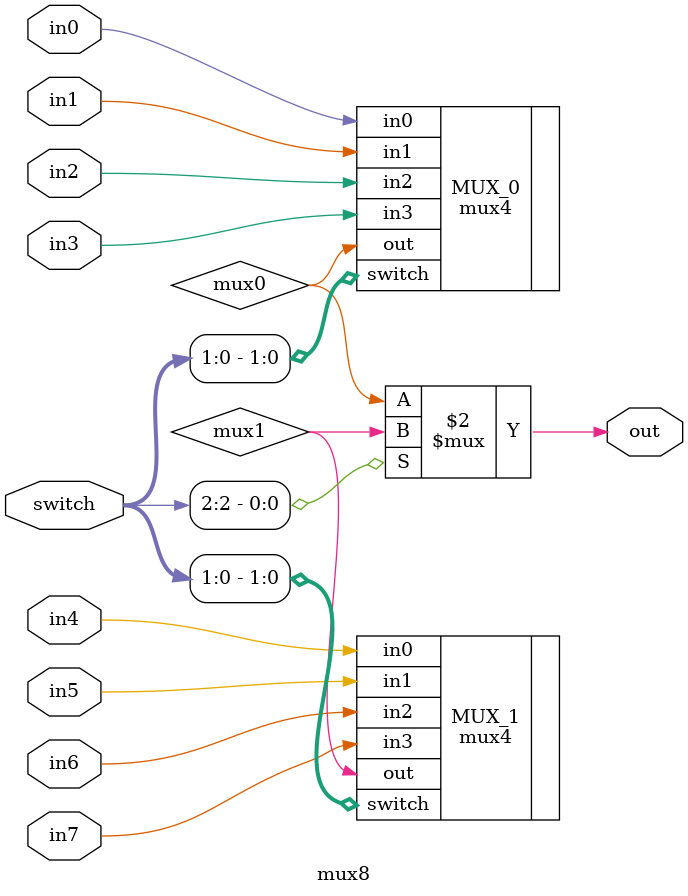
<source format=sv>
`timescale 1ns/1ps
module mux8(in0,in1,in2,in3,in4,in5,in6,in7,switch,out);

//parameter definitions
parameter N = 1;
//port definitions
input  wire [(N-1):0] in0;
input  wire [(N-1):0] in1;
input  wire [(N-1):0] in2;
input  wire [(N-1):0] in3;
input  wire [(N-1):0] in4;
input  wire [(N-1):0] in5;
input  wire [(N-1):0] in6;
input  wire [(N-1):0] in7;
input  wire [2:0] switch;
output logic [(N-1):0] out;

wire [(N-1):0] mux0, mux1;
//make 4:1 out of 2 4:1 muxes and a 2:1 mux
mux4 #(.N(N)) MUX_0 (.in0(in0), .in1(in1), .in2(in2), .in3(in3), .switch(switch[1:0]), .out(mux0));
mux4 #(.N(N)) MUX_1 (.in0(in4), .in1(in5), .in2(in6), .in3(in7), .switch(switch[1:0]), .out(mux1));
always_comb out = switch[2] ? mux1 : mux0;

endmodule

</source>
